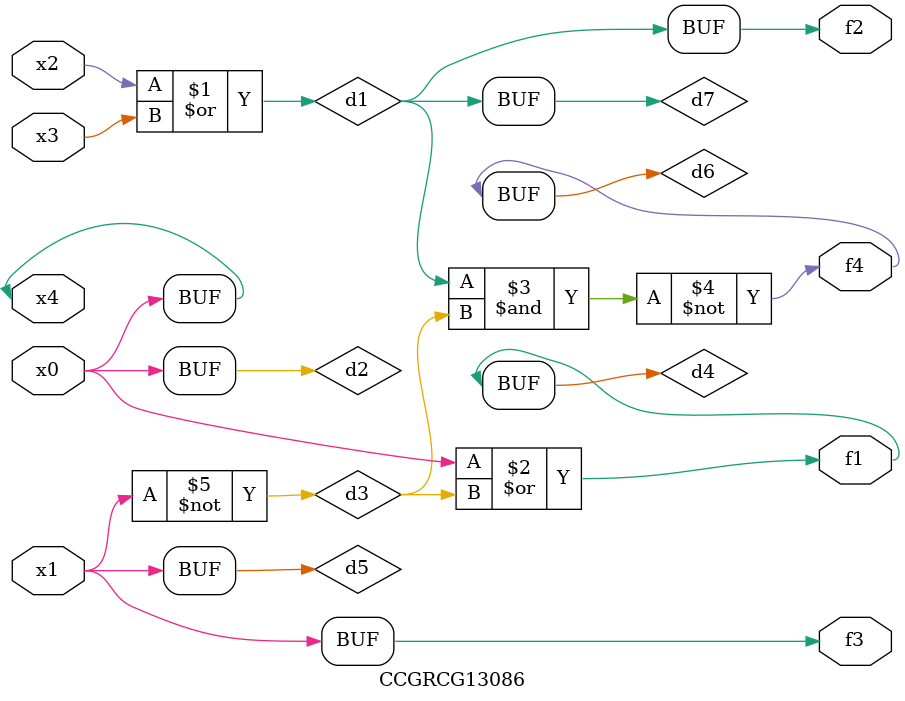
<source format=v>
module CCGRCG13086(
	input x0, x1, x2, x3, x4,
	output f1, f2, f3, f4
);

	wire d1, d2, d3, d4, d5, d6, d7;

	or (d1, x2, x3);
	buf (d2, x0, x4);
	not (d3, x1);
	or (d4, d2, d3);
	not (d5, d3);
	nand (d6, d1, d3);
	or (d7, d1);
	assign f1 = d4;
	assign f2 = d7;
	assign f3 = d5;
	assign f4 = d6;
endmodule

</source>
